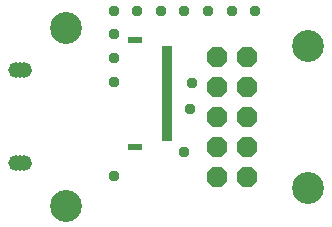
<source format=gbr>
G04 EAGLE Gerber RS-274X export*
G75*
%MOMM*%
%FSLAX34Y34*%
%LPD*%
%INSoldermask Top*%
%IPPOS*%
%AMOC8*
5,1,8,0,0,1.08239X$1,22.5*%
G01*
G04 Define Apertures*
%ADD10C,2.703200*%
%ADD11P,1.8695X8X112.5*%
%ADD12R,0.965200X0.508000*%
%ADD13R,1.244600X0.558800*%
%ADD14C,1.320800*%
%ADD15C,0.959600*%
D10*
X60000Y-75000D03*
X265000Y-60000D03*
X265000Y60000D03*
X60000Y75000D03*
D11*
X212700Y-50800D03*
X187300Y-50800D03*
X212700Y-25400D03*
X187300Y-25400D03*
X212700Y0D03*
X187300Y0D03*
X212700Y25400D03*
X187300Y25400D03*
X212700Y50800D03*
X187300Y50800D03*
D12*
X145034Y57500D03*
X145034Y52500D03*
X145034Y47500D03*
X145034Y42500D03*
X145034Y37500D03*
X145034Y32500D03*
X145034Y27500D03*
X145034Y22500D03*
X145034Y17500D03*
X145034Y12500D03*
X145034Y7500D03*
X145034Y2500D03*
X145034Y-2500D03*
X145034Y-7500D03*
X145034Y-12500D03*
X145034Y-17500D03*
D13*
X118534Y65400D03*
X118534Y-25400D03*
D14*
X24257Y-39116D03*
X17145Y-39116D03*
X24257Y39624D03*
X17145Y39624D03*
X20687Y-39116D03*
X20687Y39624D03*
D15*
X100000Y90000D03*
X100000Y50000D03*
X100000Y70000D03*
X180000Y90000D03*
X160000Y90000D03*
X140000Y90000D03*
X120000Y90000D03*
X100000Y30000D03*
X200000Y90000D03*
X220000Y90000D03*
X100000Y-50000D03*
X160000Y-30000D03*
X166291Y28709D03*
X165000Y7000D03*
M02*

</source>
